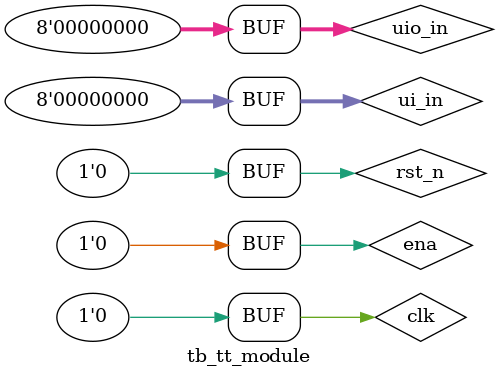
<source format=v>
`timescale 10ns/10ns
`default_nettype none

module tb_tt_module;

    // ------------------------------------------------------------------
    // Passive DUT interface (cocotb will drive these)
    // ------------------------------------------------------------------
    reg        clk    = 1'b0;
    reg        rst_n  = 1'b0;
    reg        ena    = 1'b0;

    reg  [7:0] ui_in  = 8'h00;   // [1:0]=selector, [2]=byte_valid
    reg  [7:0] uio_in = 8'h00;   // data byte stream (MSB first)

    wire [7:0] uo_out;           // [0]=spike, [2:1]=event (selected unit)
    wire [7:0] uio_out;
    wire [7:0] uio_oe;

    // ------------------------------------------------------------------
    // Optional power pins for GL sims
    // ------------------------------------------------------------------
`ifdef GL_TEST
    // Most TinyTapeout GL netlists use VPWR/VGND. If yours uses vccd1/vssd1,
    // rename the two connections below to match the GL netlist port names.
    wire VPWR = 1'b1;
    wire VGND = 1'b0;
`endif

    // ------------------------------------------------------------------
    // DUT instantiation
    //  - RTL: pass parameters (module in src/project.v has params)
    //  - GL : DO NOT pass parameters (netlist has no params), wire power pins
    // ------------------------------------------------------------------
`ifndef GL_TEST
    // ---------- RTL build (with parameters) ----------
    tt_um_top_layer #(
        .NUM_UNITS  (2),     // keep in sync with your Python test
        .DATA_WIDTH (16)
    ) dut (
        .ui_in  (ui_in),
        .uo_out (uo_out),
        .uio_in (uio_in),
        .uio_out(uio_out),
        .uio_oe (uio_oe),
        .ena    (ena),
        .clk    (clk),
        .rst_n  (rst_n)
    );
`else
    // ---------- Gate-level build (no parameters) ----------
    tt_um_top_layer dut (
        // Power pins first if your GL netlist has them
`ifdef USE_POWER_PINS
        .VPWR   (VPWR),   // change to .vccd1/.vssd1 if your netlist uses those names
        .VGND   (VGND),
`endif
        .ui_in  (ui_in),
        .uo_out (uo_out),
        .uio_in (uio_in),
        .uio_out(uio_out),
        .uio_oe (uio_oe),
        .ena    (ena),
        .clk    (clk),
        .rst_n  (rst_n)
    );
`endif

    // ------------------------------------------------------------------
    // Waves (no $finish — cocotb controls lifetime)
    // ------------------------------------------------------------------
    initial begin
        $dumpfile("wave.vcd");
        $dumpvars(0, tb_tt_module);
    end

    // No clock generator, no stimulus here. Cocotb drives everything.

endmodule

</source>
